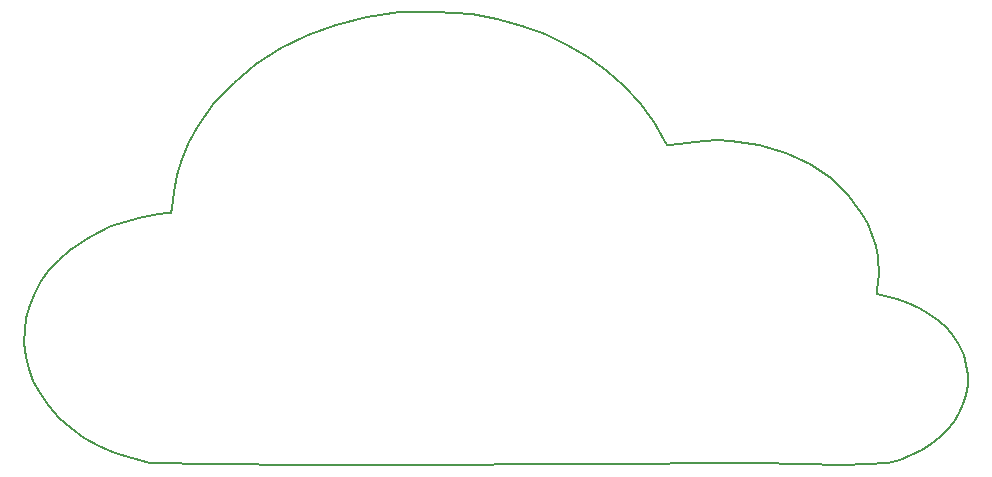
<source format=gm1>
%TF.GenerationSoftware,KiCad,Pcbnew,(6.0.4-0)*%
%TF.CreationDate,2022-07-01T13:06:00-04:00*%
%TF.ProjectId,sr-71,73722d37-312e-46b6-9963-61645f706362,rev?*%
%TF.SameCoordinates,Original*%
%TF.FileFunction,Profile,NP*%
%FSLAX46Y46*%
G04 Gerber Fmt 4.6, Leading zero omitted, Abs format (unit mm)*
G04 Created by KiCad (PCBNEW (6.0.4-0)) date 2022-07-01 13:06:00*
%MOMM*%
%LPD*%
G01*
G04 APERTURE LIST*
%TA.AperFunction,Profile*%
%ADD10C,0.128481*%
%TD*%
G04 APERTURE END LIST*
D10*
X154710793Y-81655700D02*
X156874103Y-82060690D01*
X158955263Y-82631380D01*
X160940873Y-83360760D01*
X162817663Y-84241830D01*
X164572253Y-85267590D01*
X166191343Y-86431040D01*
X167661553Y-87725170D01*
X168969583Y-89142980D01*
X170133553Y-90743150D01*
X171036693Y-92288740D01*
X171273123Y-92702280D01*
X171517283Y-92743780D01*
X174403993Y-92343910D01*
X175509763Y-92314210D01*
X176684773Y-92376910D01*
X179093913Y-92736440D01*
X181323333Y-93395980D01*
X183341003Y-94330120D01*
X185114913Y-95513540D01*
X186613023Y-96920860D01*
X187803303Y-98526720D01*
X188272983Y-99396180D01*
X188653703Y-100305760D01*
X188941463Y-101252300D01*
X189132233Y-102232620D01*
X189194933Y-103636080D01*
X189064933Y-105039310D01*
X189003433Y-105363650D01*
X189703783Y-105490320D01*
X190715243Y-105728660D01*
X191688793Y-106066580D01*
X192611433Y-106495360D01*
X193470103Y-107006340D01*
X194251793Y-107590780D01*
X194943453Y-108240010D01*
X195532063Y-108945280D01*
X196004573Y-109697920D01*
X196376343Y-110533530D01*
X196615143Y-111376000D01*
X196726083Y-112218040D01*
X196714083Y-113052340D01*
X196584883Y-113871610D01*
X196343243Y-114668530D01*
X195994383Y-115435800D01*
X195543423Y-116166130D01*
X194995543Y-116852210D01*
X194355893Y-117486730D01*
X193629583Y-118062400D01*
X192821793Y-118571920D01*
X191937673Y-119007980D01*
X190982363Y-119363270D01*
X189961023Y-119630500D01*
X186286333Y-119802350D01*
X178894953Y-119648800D01*
X149090123Y-119805950D01*
X149090083Y-119806030D01*
X140566333Y-119805840D01*
X132946333Y-119766340D01*
X127520381Y-119648800D01*
X125959785Y-119237810D01*
X124503433Y-118771580D01*
X123155081Y-118193900D01*
X121918492Y-117507120D01*
X120797420Y-116713600D01*
X119795626Y-115815710D01*
X118916869Y-114815800D01*
X118164908Y-113716240D01*
X117606364Y-112672860D01*
X117215156Y-111668740D01*
X116971259Y-110639790D01*
X116854645Y-109521880D01*
X116868955Y-108415210D01*
X117022495Y-107331660D01*
X117312445Y-106276990D01*
X117735979Y-105256990D01*
X118290276Y-104277420D01*
X118972511Y-103344050D01*
X119779862Y-102462680D01*
X120709505Y-101639050D01*
X122383398Y-100474890D01*
X124190929Y-99597020D01*
X126551383Y-98867470D01*
X127760344Y-98633070D01*
X128876868Y-98511470D01*
X129270323Y-98489170D01*
X129336273Y-98016360D01*
X129507559Y-96734530D01*
X129780427Y-95305310D01*
X130223419Y-93867190D01*
X130826014Y-92448890D01*
X131577695Y-91079160D01*
X132946222Y-89169060D01*
X134579879Y-87435320D01*
X136454365Y-85891640D01*
X138545382Y-84551690D01*
X140828624Y-83429160D01*
X143279790Y-82537690D01*
X145874587Y-81891010D01*
X148588703Y-81502760D01*
X151665683Y-81448660D01*
X154710793Y-81655700D01*
M02*

</source>
